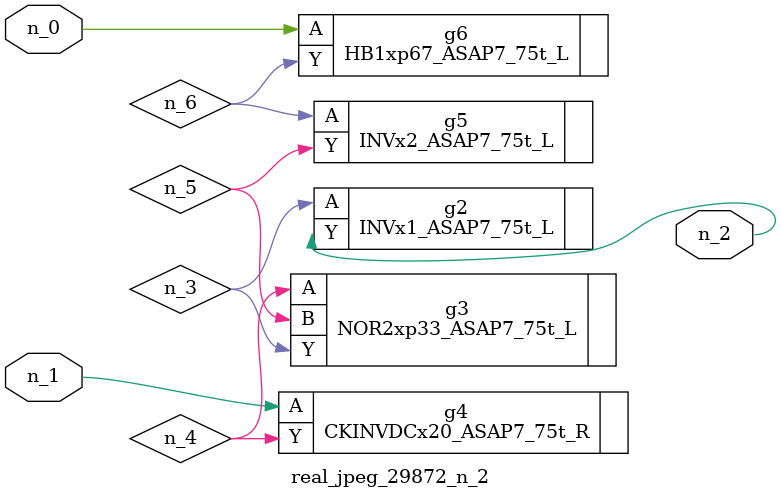
<source format=v>
module real_jpeg_29872_n_2 (n_1, n_0, n_2);

input n_1;
input n_0;

output n_2;

wire n_5;
wire n_4;
wire n_6;
wire n_3;

HB1xp67_ASAP7_75t_L g6 ( 
.A(n_0),
.Y(n_6)
);

CKINVDCx20_ASAP7_75t_R g4 ( 
.A(n_1),
.Y(n_4)
);

INVx1_ASAP7_75t_L g2 ( 
.A(n_3),
.Y(n_2)
);

NOR2xp33_ASAP7_75t_L g3 ( 
.A(n_4),
.B(n_5),
.Y(n_3)
);

INVx2_ASAP7_75t_L g5 ( 
.A(n_6),
.Y(n_5)
);


endmodule
</source>
